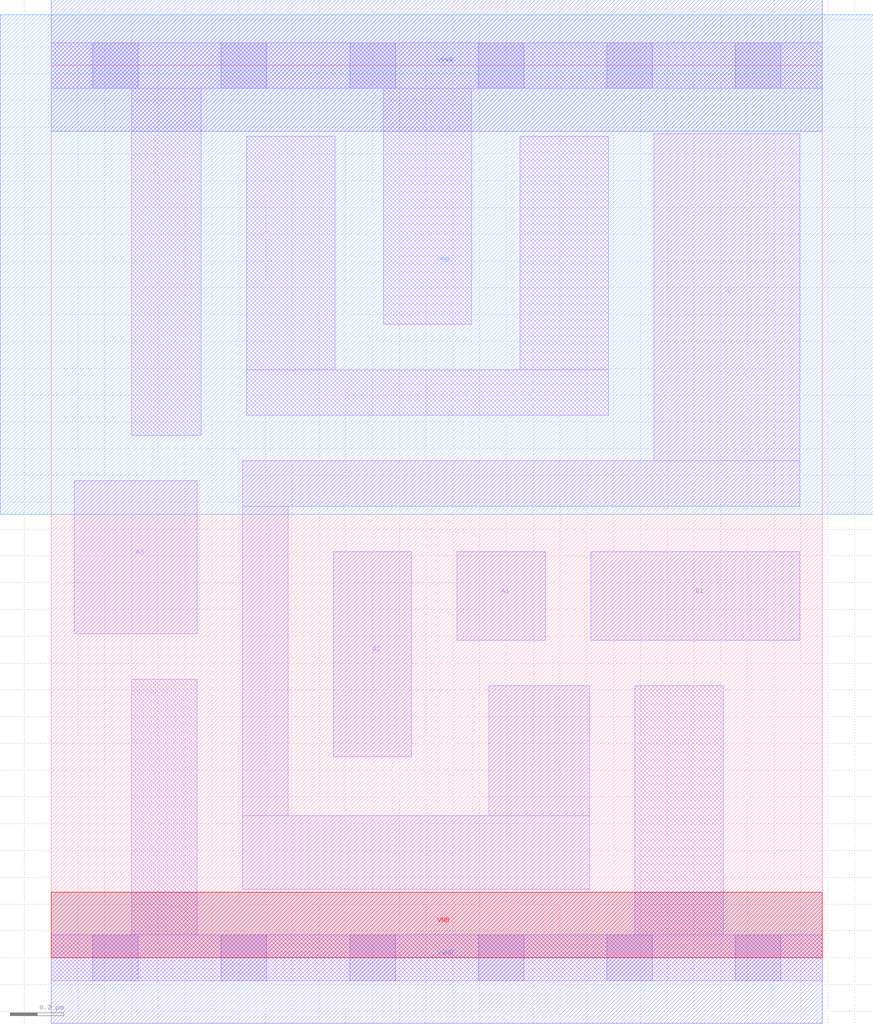
<source format=lef>
# Copyright 2020 The SkyWater PDK Authors
#
# Licensed under the Apache License, Version 2.0 (the "License");
# you may not use this file except in compliance with the License.
# You may obtain a copy of the License at
#
#     https://www.apache.org/licenses/LICENSE-2.0
#
# Unless required by applicable law or agreed to in writing, software
# distributed under the License is distributed on an "AS IS" BASIS,
# WITHOUT WARRANTIES OR CONDITIONS OF ANY KIND, either express or implied.
# See the License for the specific language governing permissions and
# limitations under the License.
#
# SPDX-License-Identifier: Apache-2.0

VERSION 5.7 ;
  NOWIREEXTENSIONATPIN ON ;
  DIVIDERCHAR "/" ;
  BUSBITCHARS "[]" ;
MACRO sky130_fd_sc_lp__a31oi_1
  CLASS CORE ;
  FOREIGN sky130_fd_sc_lp__a31oi_1 ;
  ORIGIN  0.000000  0.000000 ;
  SIZE  2.880000 BY  3.330000 ;
  SYMMETRY X Y R90 ;
  SITE unit ;
  PIN A1
    ANTENNAGATEAREA  0.315000 ;
    DIRECTION INPUT ;
    USE SIGNAL ;
    PORT
      LAYER li1 ;
        RECT 1.515000 1.185000 1.845000 1.515000 ;
    END
  END A1
  PIN A2
    ANTENNAGATEAREA  0.315000 ;
    DIRECTION INPUT ;
    USE SIGNAL ;
    PORT
      LAYER li1 ;
        RECT 1.055000 0.750000 1.345000 1.515000 ;
    END
  END A2
  PIN A3
    ANTENNAGATEAREA  0.315000 ;
    DIRECTION INPUT ;
    USE SIGNAL ;
    PORT
      LAYER li1 ;
        RECT 0.085000 1.210000 0.545000 1.780000 ;
    END
  END A3
  PIN B1
    ANTENNAGATEAREA  0.315000 ;
    DIRECTION INPUT ;
    USE SIGNAL ;
    PORT
      LAYER li1 ;
        RECT 2.015000 1.185000 2.795000 1.515000 ;
    END
  END B1
  PIN Y
    ANTENNADIFFAREA  0.762300 ;
    DIRECTION OUTPUT ;
    USE SIGNAL ;
    PORT
      LAYER li1 ;
        RECT 0.715000 0.255000 2.010000 0.530000 ;
        RECT 0.715000 0.530000 0.885000 1.685000 ;
        RECT 0.715000 1.685000 2.795000 1.855000 ;
        RECT 1.635000 0.530000 2.010000 1.015000 ;
        RECT 2.250000 1.855000 2.795000 3.075000 ;
    END
  END Y
  PIN VGND
    DIRECTION INOUT ;
    USE GROUND ;
    PORT
      LAYER met1 ;
        RECT 0.000000 -0.245000 2.880000 0.245000 ;
    END
  END VGND
  PIN VNB
    DIRECTION INOUT ;
    USE GROUND ;
    PORT
      LAYER pwell ;
        RECT 0.000000 0.000000 2.880000 0.245000 ;
    END
  END VNB
  PIN VPB
    DIRECTION INOUT ;
    USE POWER ;
    PORT
      LAYER nwell ;
        RECT -0.190000 1.655000 3.070000 3.520000 ;
    END
  END VPB
  PIN VPWR
    DIRECTION INOUT ;
    USE POWER ;
    PORT
      LAYER met1 ;
        RECT 0.000000 3.085000 2.880000 3.575000 ;
    END
  END VPWR
  OBS
    LAYER li1 ;
      RECT 0.000000 -0.085000 2.880000 0.085000 ;
      RECT 0.000000  3.245000 2.880000 3.415000 ;
      RECT 0.300000  0.085000 0.545000 1.040000 ;
      RECT 0.300000  1.950000 0.560000 3.245000 ;
      RECT 0.730000  2.025000 2.080000 2.195000 ;
      RECT 0.730000  2.195000 1.060000 3.065000 ;
      RECT 1.240000  2.365000 1.570000 3.245000 ;
      RECT 1.750000  2.195000 2.080000 3.065000 ;
      RECT 2.180000  0.085000 2.510000 1.015000 ;
    LAYER mcon ;
      RECT 0.155000 -0.085000 0.325000 0.085000 ;
      RECT 0.155000  3.245000 0.325000 3.415000 ;
      RECT 0.635000 -0.085000 0.805000 0.085000 ;
      RECT 0.635000  3.245000 0.805000 3.415000 ;
      RECT 1.115000 -0.085000 1.285000 0.085000 ;
      RECT 1.115000  3.245000 1.285000 3.415000 ;
      RECT 1.595000 -0.085000 1.765000 0.085000 ;
      RECT 1.595000  3.245000 1.765000 3.415000 ;
      RECT 2.075000 -0.085000 2.245000 0.085000 ;
      RECT 2.075000  3.245000 2.245000 3.415000 ;
      RECT 2.555000 -0.085000 2.725000 0.085000 ;
      RECT 2.555000  3.245000 2.725000 3.415000 ;
  END
END sky130_fd_sc_lp__a31oi_1
END LIBRARY

</source>
